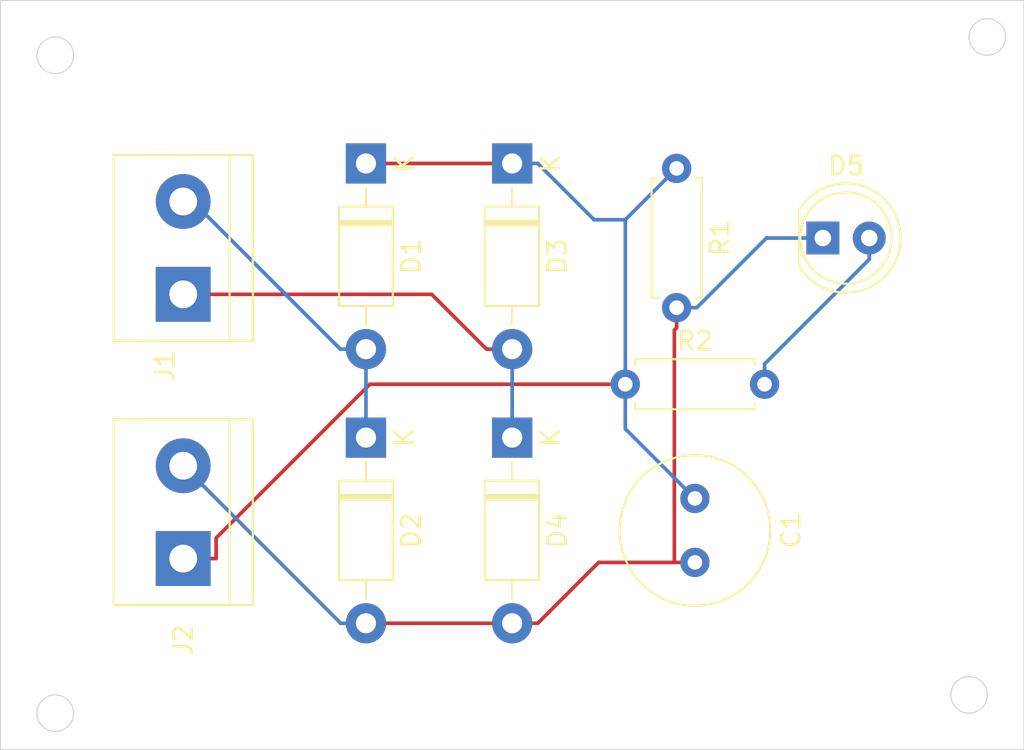
<source format=kicad_pcb>
(kicad_pcb (version 20240108) (generator "pcbnew") (generator_version "8.0")
  (layers (0 "F.Cu" signal) (31 "B.Cu" signal) (34 "B.Paste" user) (35 "F.Paste" user) (36 "B.SilkS" user "B.Silkscreen") (37 "F.SilkS" user "F.Silkscreen") (38 "B.Mask" user) (39 "F.Mask" user) (44 "Edge.Cuts" user))
  (net 0 "")
  (net 1 "/+VE")
  (net 2 "GND")
  (net 3 "Net-(D1-A)")
  (net 4 "Net-(D3-A)")
  (net 5 "Net-(D5-A)")
  (footprint "Diode_THT:D_DO-41_SOD81_P10.16mm_Horizontal" (layer "F.Cu") (at 107 77.92 -90)
    (property "Reference" "D1" (at 5.08 -2.47 90) (layer "F.SilkS"))
    (property "Value" "1N4007")
    (fp_line (start 2.36 1.47) (end 7.8 1.47) (stroke (width 0.12)) (layer "F.SilkS"))
    (fp_line (start 7.8 1.47) (end 7.8 -1.47) (stroke (width 0.12)) (layer "F.SilkS"))
    (fp_line (start 1.34 0) (end 2.36 0) (stroke (width 0.12)) (layer "F.SilkS"))
    (fp_line (start 8.82 0) (end 7.8 0) (stroke (width 0.12)) (layer "F.SilkS"))
    (fp_line (start 2.36 -1.47) (end 2.36 1.47) (stroke (width 0.12)) (layer "F.SilkS"))
    (fp_line (start 3.14 -1.47) (end 3.14 1.47) (stroke (width 0.12)) (layer "F.SilkS"))
    (fp_line (start 3.26 -1.47) (end 3.26 1.47) (stroke (width 0.12)) (layer "F.SilkS"))
    (fp_line (start 3.38 -1.47) (end 3.38 1.47) (stroke (width 0.12)) (layer "F.SilkS"))
    (fp_line (start 7.8 -1.47) (end 2.36 -1.47) (stroke (width 0.12)) (layer "F.SilkS"))
    (fp_text user "K" (at 0 -2.1 90) (layer "F.SilkS"))
    (pad "1" thru_hole rect (at 0 0 270) (size 2.2 2.2) (drill 1.1) (layers "*.Cu" "*.Mask") (net 1 "/+VE"))
    (pad "2" thru_hole oval (at 10.16 0 270) (size 2.2 2.2) (drill 1.1) (layers "*.Cu" "*.Mask") (net 3 "Net-(D1-A)"))
  )
  (footprint "Diode_THT:D_DO-41_SOD81_P10.16mm_Horizontal" (layer "F.Cu") (at 115 77.92 -90)
    (property "Reference" "D3" (at 5.08 -2.47 90) (layer "F.SilkS"))
    (property "Value" "1N4007")
    (fp_line (start 2.36 1.47) (end 7.8 1.47) (stroke (width 0.12)) (layer "F.SilkS"))
    (fp_line (start 7.8 1.47) (end 7.8 -1.47) (stroke (width 0.12)) (layer "F.SilkS"))
    (fp_line (start 1.34 0) (end 2.36 0) (stroke (width 0.12)) (layer "F.SilkS"))
    (fp_line (start 8.82 0) (end 7.8 0) (stroke (width 0.12)) (layer "F.SilkS"))
    (fp_line (start 2.36 -1.47) (end 2.36 1.47) (stroke (width 0.12)) (layer "F.SilkS"))
    (fp_line (start 3.14 -1.47) (end 3.14 1.47) (stroke (width 0.12)) (layer "F.SilkS"))
    (fp_line (start 3.26 -1.47) (end 3.26 1.47) (stroke (width 0.12)) (layer "F.SilkS"))
    (fp_line (start 3.38 -1.47) (end 3.38 1.47) (stroke (width 0.12)) (layer "F.SilkS"))
    (fp_line (start 7.8 -1.47) (end 2.36 -1.47) (stroke (width 0.12)) (layer "F.SilkS"))
    (fp_text user "K" (at 0 -2.1 90) (layer "F.SilkS"))
    (pad "1" thru_hole rect (at 0 0 270) (size 2.2 2.2) (drill 1.1) (layers "*.Cu" "*.Mask") (net 1 "/+VE"))
    (pad "2" thru_hole oval (at 10.16 0 270) (size 2.2 2.2) (drill 1.1) (layers "*.Cu" "*.Mask") (net 4 "Net-(D3-A)"))
  )
  (footprint "TerminalBlock:TerminalBlock_bornier-2_P5.08mm" (layer "F.Cu") (at 97 85.08 90)
    (property "Reference" "J1" (at -3.92 -1 90) (layer "F.SilkS"))
    (property "Value" "Screw_Terminal_01x02")
    (fp_line (start 7.62 -3.81) (end -2.54 -3.81) (stroke (width 0.12)) (layer "F.SilkS"))
    (fp_line (start -2.54 -3.81) (end -2.54 3.81) (stroke (width 0.12)) (layer "F.SilkS"))
    (fp_line (start 7.62 2.54) (end -2.54 2.54) (stroke (width 0.12)) (layer "F.SilkS"))
    (fp_line (start 7.62 3.81) (end 7.62 -3.81) (stroke (width 0.12)) (layer "F.SilkS"))
    (fp_line (start -2.54 3.81) (end 7.62 3.81) (stroke (width 0.12)) (layer "F.SilkS"))
    (pad "1" thru_hole rect (at 0 0 90) (size 3 3) (drill 1.52) (layers "*.Cu" "*.Mask") (net 4 "Net-(D3-A)"))
    (pad "2" thru_hole circle (at 5.08 0 90) (size 3 3) (drill 1.52) (layers "*.Cu" "*.Mask") (net 3 "Net-(D1-A)"))
  )
  (footprint "TerminalBlock:TerminalBlock_bornier-2_P5.08mm" (layer "F.Cu") (at 97 99.54 90)
    (property "Reference" "J2" (at -4.46 0 90) (layer "F.SilkS"))
    (property "Value" "Screw_Terminal_01x02")
    (fp_line (start 7.62 -3.81) (end -2.54 -3.81) (stroke (width 0.12)) (layer "F.SilkS"))
    (fp_line (start -2.54 -3.81) (end -2.54 3.81) (stroke (width 0.12)) (layer "F.SilkS"))
    (fp_line (start 7.62 2.54) (end -2.54 2.54) (stroke (width 0.12)) (layer "F.SilkS"))
    (fp_line (start 7.62 3.81) (end 7.62 -3.81) (stroke (width 0.12)) (layer "F.SilkS"))
    (fp_line (start -2.54 3.81) (end 7.62 3.81) (stroke (width 0.12)) (layer "F.SilkS"))
    (pad "1" thru_hole rect (at 0 0 90) (size 3 3) (drill 1.52) (layers "*.Cu" "*.Mask") (net 1 "/+VE"))
    (pad "2" thru_hole circle (at 5.08 0 90) (size 3 3) (drill 1.52) (layers "*.Cu" "*.Mask") (net 2 "GND"))
  )
  (footprint "Resistor_THT:R_Axial_DIN0207_L6.3mm_D2.5mm_P7.62mm_Horizontal" (layer "F.Cu") (at 121.19 90)
    (property "Reference" "R2" (at 3.81 -2.37 0) (layer "F.SilkS"))
    (property "Value" "2.2k")
    (fp_line (start 0.54 -1.37) (end 7.08 -1.37) (stroke (width 0.12)) (layer "F.SilkS"))
    (fp_line (start 0.54 -1.04) (end 0.54 -1.37) (stroke (width 0.12)) (layer "F.SilkS"))
    (fp_line (start 0.54 1.04) (end 0.54 1.37) (stroke (width 0.12)) (layer "F.SilkS"))
    (fp_line (start 0.54 1.37) (end 7.08 1.37) (stroke (width 0.12)) (layer "F.SilkS"))
    (fp_line (start 7.08 -1.37) (end 7.08 -1.04) (stroke (width 0.12)) (layer "F.SilkS"))
    (fp_line (start 7.08 1.37) (end 7.08 1.04) (stroke (width 0.12)) (layer "F.SilkS"))
    (pad "1" thru_hole circle (at 0 0) (size 1.6 1.6) (drill 0.8) (layers "*.Cu" "*.Mask") (net 1 "/+VE"))
    (pad "2" thru_hole oval (at 7.62 0) (size 1.6 1.6) (drill 0.8) (layers "*.Cu" "*.Mask") (net 5 "Net-(D5-A)"))
  )
  (footprint "Diode_THT:D_DO-41_SOD81_P10.16mm_Horizontal" (layer "F.Cu") (at 107 92.92 -90)
    (property "Reference" "D2" (at 5.08 -2.47 90) (layer "F.SilkS"))
    (property "Value" "1N4007")
    (fp_line (start 2.36 1.47) (end 7.8 1.47) (stroke (width 0.12)) (layer "F.SilkS"))
    (fp_line (start 7.8 1.47) (end 7.8 -1.47) (stroke (width 0.12)) (layer "F.SilkS"))
    (fp_line (start 1.34 0) (end 2.36 0) (stroke (width 0.12)) (layer "F.SilkS"))
    (fp_line (start 8.82 0) (end 7.8 0) (stroke (width 0.12)) (layer "F.SilkS"))
    (fp_line (start 2.36 -1.47) (end 2.36 1.47) (stroke (width 0.12)) (layer "F.SilkS"))
    (fp_line (start 3.14 -1.47) (end 3.14 1.47) (stroke (width 0.12)) (layer "F.SilkS"))
    (fp_line (start 3.26 -1.47) (end 3.26 1.47) (stroke (width 0.12)) (layer "F.SilkS"))
    (fp_line (start 3.38 -1.47) (end 3.38 1.47) (stroke (width 0.12)) (layer "F.SilkS"))
    (fp_line (start 7.8 -1.47) (end 2.36 -1.47) (stroke (width 0.12)) (layer "F.SilkS"))
    (fp_text user "K" (at 0 -2.1 90) (layer "F.SilkS"))
    (pad "1" thru_hole rect (at 0 0 270) (size 2.2 2.2) (drill 1.1) (layers "*.Cu" "*.Mask") (net 3 "Net-(D1-A)"))
    (pad "2" thru_hole oval (at 10.16 0 270) (size 2.2 2.2) (drill 1.1) (layers "*.Cu" "*.Mask") (net 2 "GND"))
  )
  (footprint "LED_THT:LED_D5.0mm" (layer "F.Cu") (at 132 82)
    (property "Reference" "D5" (at 1.27 -3.96 0) (layer "F.SilkS"))
    (property "Value" "LED")
    (fp_line (start -1.29 -1.545) (end -1.29 1.545) (stroke (width 0.12)) (layer "F.SilkS"))
    (fp_arc (start -1.29 -1.54483) (mid 2.072002 -2.880433) (end 4.26 0.000462) (stroke (width 0.12)) (layer "F.SilkS"))
    (fp_arc (start 4.26 -0.000462) (mid 2.072002 2.880433) (end -1.29 1.54483) (stroke (width 0.12)) (layer "F.SilkS"))
    (fp_circle (center 1.27 0) (end 3.77 0) (stroke (width 0.12)) (fill none) (layer "F.SilkS"))
    (pad "1" thru_hole rect (at 0 0) (size 1.8 1.8) (drill 0.9) (layers "*.Cu" "*.Mask") (net 2 "GND"))
    (pad "2" thru_hole circle (at 2.54 0) (size 1.8 1.8) (drill 0.9) (layers "*.Cu" "*.Mask") (net 5 "Net-(D5-A)"))
  )
  (footprint "Diode_THT:D_DO-41_SOD81_P10.16mm_Horizontal" (layer "F.Cu") (at 115 92.92 -90)
    (property "Reference" "D4" (at 5.08 -2.47 90) (layer "F.SilkS"))
    (property "Value" "1N4007")
    (fp_line (start 2.36 1.47) (end 7.8 1.47) (stroke (width 0.12)) (layer "F.SilkS"))
    (fp_line (start 7.8 1.47) (end 7.8 -1.47) (stroke (width 0.12)) (layer "F.SilkS"))
    (fp_line (start 1.34 0) (end 2.36 0) (stroke (width 0.12)) (layer "F.SilkS"))
    (fp_line (start 8.82 0) (end 7.8 0) (stroke (width 0.12)) (layer "F.SilkS"))
    (fp_line (start 2.36 -1.47) (end 2.36 1.47) (stroke (width 0.12)) (layer "F.SilkS"))
    (fp_line (start 3.14 -1.47) (end 3.14 1.47) (stroke (width 0.12)) (layer "F.SilkS"))
    (fp_line (start 3.26 -1.47) (end 3.26 1.47) (stroke (width 0.12)) (layer "F.SilkS"))
    (fp_line (start 3.38 -1.47) (end 3.38 1.47) (stroke (width 0.12)) (layer "F.SilkS"))
    (fp_line (start 7.8 -1.47) (end 2.36 -1.47) (stroke (width 0.12)) (layer "F.SilkS"))
    (fp_text user "K" (at 0 -2.1 90) (layer "F.SilkS"))
    (pad "1" thru_hole rect (at 0 0 270) (size 2.2 2.2) (drill 1.1) (layers "*.Cu" "*.Mask") (net 4 "Net-(D3-A)"))
    (pad "2" thru_hole oval (at 10.16 0 270) (size 2.2 2.2) (drill 1.1) (layers "*.Cu" "*.Mask") (net 2 "GND"))
  )
  (footprint "Capacitor_THT:C_Radial_D8.0mm_H11.5mm_P3.50mm" (layer "F.Cu") (at 125 96.25 -90)
    (property "Reference" "C1" (at 1.75 -5.25 90) (layer "F.SilkS"))
    (property "Value" "1000uF")
    (fp_circle (center 1.75 0) (end 5.87 0) (stroke (width 0.12)) (fill none) (layer "F.SilkS"))
    (pad "1" thru_hole circle (at 0 0 270) (size 1.6 1.6) (drill 0.8) (layers "*.Cu" "*.Mask") (net 1 "/+VE"))
    (pad "2" thru_hole circle (at 3.5 0 270) (size 1.6 1.6) (drill 0.8) (layers "*.Cu" "*.Mask") (net 2 "GND"))
  )
  (footprint "Resistor_THT:R_Axial_DIN0207_L6.3mm_D2.5mm_P7.62mm_Horizontal" (layer "F.Cu") (at 124 78.19 -90)
    (property "Reference" "R1" (at 3.81 -2.37 90) (layer "F.SilkS"))
    (property "Value" "10k")
    (fp_line (start 0.54 1.37) (end 7.08 1.37) (stroke (width 0.12)) (layer "F.SilkS"))
    (fp_line (start 7.08 1.37) (end 7.08 1.04) (stroke (width 0.12)) (layer "F.SilkS"))
    (fp_line (start 0.54 1.04) (end 0.54 1.37) (stroke (width 0.12)) (layer "F.SilkS"))
    (fp_line (start 0.54 -1.04) (end 0.54 -1.37) (stroke (width 0.12)) (layer "F.SilkS"))
    (fp_line (start 0.54 -1.37) (end 7.08 -1.37) (stroke (width 0.12)) (layer "F.SilkS"))
    (fp_line (start 7.08 -1.37) (end 7.08 -1.04) (stroke (width 0.12)) (layer "F.SilkS"))
    (pad "1" thru_hole circle (at 0 0 270) (size 1.6 1.6) (drill 0.8) (layers "*.Cu" "*.Mask") (net 1 "/+VE"))
    (pad "2" thru_hole oval (at 7.62 0 270) (size 1.6 1.6) (drill 0.8) (layers "*.Cu" "*.Mask") (net 2 "GND"))
  )
  (gr_circle (center 141 71) (end 141 70) (stroke (width 0.05)) (fill none) (layer "Edge.Cuts"))
  (gr_circle (center 140 107) (end 140 106) (stroke (width 0.05)) (fill none) (layer "Edge.Cuts"))
  (gr_circle (center 90 108) (end 90 107) (stroke (width 0.05)) (fill none) (layer "Edge.Cuts"))
  (gr_circle (center 90 72) (end 90 71) (stroke (width 0.05)) (fill none) (layer "Edge.Cuts"))
  (gr_circle (center 141 71) (end 141 70) (stroke (width 0.05)) (fill none) (layer "Edge.Cuts"))
  (gr_circle (center 90 72) (end 90 71) (stroke (width 0.05)) (fill none) (layer "Edge.Cuts"))
  (gr_rect (start 87 69) (end 143 110) (stroke (width 0.05)) (fill none) (layer "Edge.Cuts"))
  (gr_circle (center 90 108) (end 90 107) (stroke (width 0.05)) (fill none) (layer "Edge.Cuts"))
  (gr_circle (center 140 107) (end 140 106) (stroke (width 0.05)) (fill none) (layer "Edge.Cuts"))
  (segment (start 121.19 90) (end 107.2156 90) (width 0.2) (layer "F.Cu") (net 1))
  (segment (start 97 99.54) (end 98.8017 99.54) (width 0.2) (layer "F.Cu") (net 1))
  (segment (start 98.8017 98.4139) (end 98.8017 99.54) (width 0.2) (layer "F.Cu") (net 1))
  (segment (start 115 77.92) (end 107 77.92) (width 0.2) (layer "F.Cu") (net 1))
  (segment (start 107.2156 90) (end 98.8017 98.4139) (width 0.2) (layer "F.Cu") (net 1))
  (segment (start 119.4817 81) (end 116.4017 77.92) (width 0.2) (layer "B.Cu") (net 1))
  (segment (start 125 96.25) (end 121.19 92.44) (width 0.2) (layer "B.Cu") (net 1))
  (segment (start 115 77.92) (end 116.4017 77.92) (width 0.2) (layer "B.Cu") (net 1))
  (segment (start 121.19 92.44) (end 121.19 90) (width 0.2) (layer "B.Cu") (net 1))
  (segment (start 121.19 90) (end 121.19 81) (width 0.2) (layer "B.Cu") (net 1))
  (segment (start 121.19 81) (end 124 78.19) (width 0.2) (layer "B.Cu") (net 1))
  (segment (start 121.19 81) (end 119.4817 81) (width 0.2) (layer "B.Cu") (net 1))
  (segment (start 115 103.08) (end 107 103.08) (width 0.2) (layer "F.Cu") (net 2))
  (segment (start 123.8744 99.75) (end 123.8744 87.0373) (width 0.2) (layer "F.Cu") (net 2))
  (segment (start 124 85.81) (end 124 86.9117) (width 0.2) (layer "F.Cu") (net 2))
  (segment (start 123.8744 87.0373) (end 124 86.9117) (width 0.2) (layer "F.Cu") (net 2))
  (segment (start 123.8744 99.75) (end 119.7317 99.75) (width 0.2) (layer "F.Cu") (net 2))
  (segment (start 125 99.75) (end 123.8744 99.75) (width 0.2) (layer "F.Cu") (net 2))
  (segment (start 119.7317 99.75) (end 116.4017 103.08) (width 0.2) (layer "F.Cu") (net 2))
  (segment (start 115 103.08) (end 116.4017 103.08) (width 0.2) (layer "F.Cu") (net 2))
  (segment (start 97 94.46) (end 105.5983 103.0583) (width 0.2) (layer "B.Cu") (net 2))
  (segment (start 105.5983 103.0583) (end 105.5983 103.08) (width 0.2) (layer "B.Cu") (net 2))
  (segment (start 124 85.81) (end 125.1017 85.81) (width 0.2) (layer "B.Cu") (net 2))
  (segment (start 128.9117 82) (end 125.1017 85.81) (width 0.2) (layer "B.Cu") (net 2))
  (segment (start 132 82) (end 128.9117 82) (width 0.2) (layer "B.Cu") (net 2))
  (segment (start 107 103.08) (end 105.5983 103.08) (width 0.2) (layer "B.Cu") (net 2))
  (segment (start 107 92.92) (end 107 88.08) (width 0.2) (layer "B.Cu") (net 3))
  (segment (start 97 80) (end 97.5183 80) (width 0.2) (layer "B.Cu") (net 3))
  (segment (start 97.5183 80) (end 105.5983 88.08) (width 0.2) (layer "B.Cu") (net 3))
  (segment (start 107 88.08) (end 105.5983 88.08) (width 0.2) (layer "B.Cu") (net 3))
  (segment (start 110.5983 85.08) (end 113.5983 88.08) (width 0.2) (layer "F.Cu") (net 4))
  (segment (start 115 88.08) (end 113.5983 88.08) (width 0.2) (layer "F.Cu") (net 4))
  (segment (start 97 85.08) (end 110.5983 85.08) (width 0.2) (layer "F.Cu") (net 4))
  (segment (start 115 92.92) (end 115 88.08) (width 0.2) (layer "B.Cu") (net 4))
  (segment (start 134.54 82) (end 134.54 83.1683) (width 0.2) (layer "B.Cu") (net 5))
  (segment (start 128.81 90) (end 128.81 88.8983) (width 0.2) (layer "B.Cu") (net 5))
  (segment (start 134.54 83.1683) (end 128.81 88.8983) (width 0.2) (layer "B.Cu") (net 5))
)
</source>
